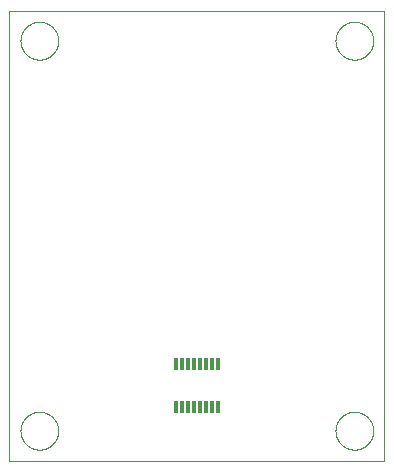
<source format=gbp>
G75*
%MOIN*%
%OFA0B0*%
%FSLAX25Y25*%
%IPPOS*%
%LPD*%
%AMOC8*
5,1,8,0,0,1.08239X$1,22.5*
%
%ADD10C,0.00000*%
%ADD11R,0.01181X0.03937*%
D10*
X0031033Y0023661D02*
X0031033Y0173661D01*
X0156033Y0173661D01*
X0156033Y0023661D01*
X0031033Y0023661D01*
X0034734Y0033661D02*
X0034736Y0033819D01*
X0034742Y0033977D01*
X0034752Y0034135D01*
X0034766Y0034293D01*
X0034784Y0034450D01*
X0034805Y0034607D01*
X0034831Y0034763D01*
X0034861Y0034919D01*
X0034894Y0035074D01*
X0034932Y0035227D01*
X0034973Y0035380D01*
X0035018Y0035532D01*
X0035067Y0035683D01*
X0035120Y0035832D01*
X0035176Y0035980D01*
X0035236Y0036126D01*
X0035300Y0036271D01*
X0035368Y0036414D01*
X0035439Y0036556D01*
X0035513Y0036696D01*
X0035591Y0036833D01*
X0035673Y0036969D01*
X0035757Y0037103D01*
X0035846Y0037234D01*
X0035937Y0037363D01*
X0036032Y0037490D01*
X0036129Y0037615D01*
X0036230Y0037737D01*
X0036334Y0037856D01*
X0036441Y0037973D01*
X0036551Y0038087D01*
X0036664Y0038198D01*
X0036779Y0038307D01*
X0036897Y0038412D01*
X0037018Y0038514D01*
X0037141Y0038614D01*
X0037267Y0038710D01*
X0037395Y0038803D01*
X0037525Y0038893D01*
X0037658Y0038979D01*
X0037793Y0039063D01*
X0037929Y0039142D01*
X0038068Y0039219D01*
X0038209Y0039291D01*
X0038351Y0039361D01*
X0038495Y0039426D01*
X0038641Y0039488D01*
X0038788Y0039546D01*
X0038937Y0039601D01*
X0039087Y0039652D01*
X0039238Y0039699D01*
X0039390Y0039742D01*
X0039543Y0039781D01*
X0039698Y0039817D01*
X0039853Y0039848D01*
X0040009Y0039876D01*
X0040165Y0039900D01*
X0040322Y0039920D01*
X0040480Y0039936D01*
X0040637Y0039948D01*
X0040796Y0039956D01*
X0040954Y0039960D01*
X0041112Y0039960D01*
X0041270Y0039956D01*
X0041429Y0039948D01*
X0041586Y0039936D01*
X0041744Y0039920D01*
X0041901Y0039900D01*
X0042057Y0039876D01*
X0042213Y0039848D01*
X0042368Y0039817D01*
X0042523Y0039781D01*
X0042676Y0039742D01*
X0042828Y0039699D01*
X0042979Y0039652D01*
X0043129Y0039601D01*
X0043278Y0039546D01*
X0043425Y0039488D01*
X0043571Y0039426D01*
X0043715Y0039361D01*
X0043857Y0039291D01*
X0043998Y0039219D01*
X0044137Y0039142D01*
X0044273Y0039063D01*
X0044408Y0038979D01*
X0044541Y0038893D01*
X0044671Y0038803D01*
X0044799Y0038710D01*
X0044925Y0038614D01*
X0045048Y0038514D01*
X0045169Y0038412D01*
X0045287Y0038307D01*
X0045402Y0038198D01*
X0045515Y0038087D01*
X0045625Y0037973D01*
X0045732Y0037856D01*
X0045836Y0037737D01*
X0045937Y0037615D01*
X0046034Y0037490D01*
X0046129Y0037363D01*
X0046220Y0037234D01*
X0046309Y0037103D01*
X0046393Y0036969D01*
X0046475Y0036833D01*
X0046553Y0036696D01*
X0046627Y0036556D01*
X0046698Y0036414D01*
X0046766Y0036271D01*
X0046830Y0036126D01*
X0046890Y0035980D01*
X0046946Y0035832D01*
X0046999Y0035683D01*
X0047048Y0035532D01*
X0047093Y0035380D01*
X0047134Y0035227D01*
X0047172Y0035074D01*
X0047205Y0034919D01*
X0047235Y0034763D01*
X0047261Y0034607D01*
X0047282Y0034450D01*
X0047300Y0034293D01*
X0047314Y0034135D01*
X0047324Y0033977D01*
X0047330Y0033819D01*
X0047332Y0033661D01*
X0047330Y0033503D01*
X0047324Y0033345D01*
X0047314Y0033187D01*
X0047300Y0033029D01*
X0047282Y0032872D01*
X0047261Y0032715D01*
X0047235Y0032559D01*
X0047205Y0032403D01*
X0047172Y0032248D01*
X0047134Y0032095D01*
X0047093Y0031942D01*
X0047048Y0031790D01*
X0046999Y0031639D01*
X0046946Y0031490D01*
X0046890Y0031342D01*
X0046830Y0031196D01*
X0046766Y0031051D01*
X0046698Y0030908D01*
X0046627Y0030766D01*
X0046553Y0030626D01*
X0046475Y0030489D01*
X0046393Y0030353D01*
X0046309Y0030219D01*
X0046220Y0030088D01*
X0046129Y0029959D01*
X0046034Y0029832D01*
X0045937Y0029707D01*
X0045836Y0029585D01*
X0045732Y0029466D01*
X0045625Y0029349D01*
X0045515Y0029235D01*
X0045402Y0029124D01*
X0045287Y0029015D01*
X0045169Y0028910D01*
X0045048Y0028808D01*
X0044925Y0028708D01*
X0044799Y0028612D01*
X0044671Y0028519D01*
X0044541Y0028429D01*
X0044408Y0028343D01*
X0044273Y0028259D01*
X0044137Y0028180D01*
X0043998Y0028103D01*
X0043857Y0028031D01*
X0043715Y0027961D01*
X0043571Y0027896D01*
X0043425Y0027834D01*
X0043278Y0027776D01*
X0043129Y0027721D01*
X0042979Y0027670D01*
X0042828Y0027623D01*
X0042676Y0027580D01*
X0042523Y0027541D01*
X0042368Y0027505D01*
X0042213Y0027474D01*
X0042057Y0027446D01*
X0041901Y0027422D01*
X0041744Y0027402D01*
X0041586Y0027386D01*
X0041429Y0027374D01*
X0041270Y0027366D01*
X0041112Y0027362D01*
X0040954Y0027362D01*
X0040796Y0027366D01*
X0040637Y0027374D01*
X0040480Y0027386D01*
X0040322Y0027402D01*
X0040165Y0027422D01*
X0040009Y0027446D01*
X0039853Y0027474D01*
X0039698Y0027505D01*
X0039543Y0027541D01*
X0039390Y0027580D01*
X0039238Y0027623D01*
X0039087Y0027670D01*
X0038937Y0027721D01*
X0038788Y0027776D01*
X0038641Y0027834D01*
X0038495Y0027896D01*
X0038351Y0027961D01*
X0038209Y0028031D01*
X0038068Y0028103D01*
X0037929Y0028180D01*
X0037793Y0028259D01*
X0037658Y0028343D01*
X0037525Y0028429D01*
X0037395Y0028519D01*
X0037267Y0028612D01*
X0037141Y0028708D01*
X0037018Y0028808D01*
X0036897Y0028910D01*
X0036779Y0029015D01*
X0036664Y0029124D01*
X0036551Y0029235D01*
X0036441Y0029349D01*
X0036334Y0029466D01*
X0036230Y0029585D01*
X0036129Y0029707D01*
X0036032Y0029832D01*
X0035937Y0029959D01*
X0035846Y0030088D01*
X0035757Y0030219D01*
X0035673Y0030353D01*
X0035591Y0030489D01*
X0035513Y0030626D01*
X0035439Y0030766D01*
X0035368Y0030908D01*
X0035300Y0031051D01*
X0035236Y0031196D01*
X0035176Y0031342D01*
X0035120Y0031490D01*
X0035067Y0031639D01*
X0035018Y0031790D01*
X0034973Y0031942D01*
X0034932Y0032095D01*
X0034894Y0032248D01*
X0034861Y0032403D01*
X0034831Y0032559D01*
X0034805Y0032715D01*
X0034784Y0032872D01*
X0034766Y0033029D01*
X0034752Y0033187D01*
X0034742Y0033345D01*
X0034736Y0033503D01*
X0034734Y0033661D01*
X0139734Y0033661D02*
X0139736Y0033819D01*
X0139742Y0033977D01*
X0139752Y0034135D01*
X0139766Y0034293D01*
X0139784Y0034450D01*
X0139805Y0034607D01*
X0139831Y0034763D01*
X0139861Y0034919D01*
X0139894Y0035074D01*
X0139932Y0035227D01*
X0139973Y0035380D01*
X0140018Y0035532D01*
X0140067Y0035683D01*
X0140120Y0035832D01*
X0140176Y0035980D01*
X0140236Y0036126D01*
X0140300Y0036271D01*
X0140368Y0036414D01*
X0140439Y0036556D01*
X0140513Y0036696D01*
X0140591Y0036833D01*
X0140673Y0036969D01*
X0140757Y0037103D01*
X0140846Y0037234D01*
X0140937Y0037363D01*
X0141032Y0037490D01*
X0141129Y0037615D01*
X0141230Y0037737D01*
X0141334Y0037856D01*
X0141441Y0037973D01*
X0141551Y0038087D01*
X0141664Y0038198D01*
X0141779Y0038307D01*
X0141897Y0038412D01*
X0142018Y0038514D01*
X0142141Y0038614D01*
X0142267Y0038710D01*
X0142395Y0038803D01*
X0142525Y0038893D01*
X0142658Y0038979D01*
X0142793Y0039063D01*
X0142929Y0039142D01*
X0143068Y0039219D01*
X0143209Y0039291D01*
X0143351Y0039361D01*
X0143495Y0039426D01*
X0143641Y0039488D01*
X0143788Y0039546D01*
X0143937Y0039601D01*
X0144087Y0039652D01*
X0144238Y0039699D01*
X0144390Y0039742D01*
X0144543Y0039781D01*
X0144698Y0039817D01*
X0144853Y0039848D01*
X0145009Y0039876D01*
X0145165Y0039900D01*
X0145322Y0039920D01*
X0145480Y0039936D01*
X0145637Y0039948D01*
X0145796Y0039956D01*
X0145954Y0039960D01*
X0146112Y0039960D01*
X0146270Y0039956D01*
X0146429Y0039948D01*
X0146586Y0039936D01*
X0146744Y0039920D01*
X0146901Y0039900D01*
X0147057Y0039876D01*
X0147213Y0039848D01*
X0147368Y0039817D01*
X0147523Y0039781D01*
X0147676Y0039742D01*
X0147828Y0039699D01*
X0147979Y0039652D01*
X0148129Y0039601D01*
X0148278Y0039546D01*
X0148425Y0039488D01*
X0148571Y0039426D01*
X0148715Y0039361D01*
X0148857Y0039291D01*
X0148998Y0039219D01*
X0149137Y0039142D01*
X0149273Y0039063D01*
X0149408Y0038979D01*
X0149541Y0038893D01*
X0149671Y0038803D01*
X0149799Y0038710D01*
X0149925Y0038614D01*
X0150048Y0038514D01*
X0150169Y0038412D01*
X0150287Y0038307D01*
X0150402Y0038198D01*
X0150515Y0038087D01*
X0150625Y0037973D01*
X0150732Y0037856D01*
X0150836Y0037737D01*
X0150937Y0037615D01*
X0151034Y0037490D01*
X0151129Y0037363D01*
X0151220Y0037234D01*
X0151309Y0037103D01*
X0151393Y0036969D01*
X0151475Y0036833D01*
X0151553Y0036696D01*
X0151627Y0036556D01*
X0151698Y0036414D01*
X0151766Y0036271D01*
X0151830Y0036126D01*
X0151890Y0035980D01*
X0151946Y0035832D01*
X0151999Y0035683D01*
X0152048Y0035532D01*
X0152093Y0035380D01*
X0152134Y0035227D01*
X0152172Y0035074D01*
X0152205Y0034919D01*
X0152235Y0034763D01*
X0152261Y0034607D01*
X0152282Y0034450D01*
X0152300Y0034293D01*
X0152314Y0034135D01*
X0152324Y0033977D01*
X0152330Y0033819D01*
X0152332Y0033661D01*
X0152330Y0033503D01*
X0152324Y0033345D01*
X0152314Y0033187D01*
X0152300Y0033029D01*
X0152282Y0032872D01*
X0152261Y0032715D01*
X0152235Y0032559D01*
X0152205Y0032403D01*
X0152172Y0032248D01*
X0152134Y0032095D01*
X0152093Y0031942D01*
X0152048Y0031790D01*
X0151999Y0031639D01*
X0151946Y0031490D01*
X0151890Y0031342D01*
X0151830Y0031196D01*
X0151766Y0031051D01*
X0151698Y0030908D01*
X0151627Y0030766D01*
X0151553Y0030626D01*
X0151475Y0030489D01*
X0151393Y0030353D01*
X0151309Y0030219D01*
X0151220Y0030088D01*
X0151129Y0029959D01*
X0151034Y0029832D01*
X0150937Y0029707D01*
X0150836Y0029585D01*
X0150732Y0029466D01*
X0150625Y0029349D01*
X0150515Y0029235D01*
X0150402Y0029124D01*
X0150287Y0029015D01*
X0150169Y0028910D01*
X0150048Y0028808D01*
X0149925Y0028708D01*
X0149799Y0028612D01*
X0149671Y0028519D01*
X0149541Y0028429D01*
X0149408Y0028343D01*
X0149273Y0028259D01*
X0149137Y0028180D01*
X0148998Y0028103D01*
X0148857Y0028031D01*
X0148715Y0027961D01*
X0148571Y0027896D01*
X0148425Y0027834D01*
X0148278Y0027776D01*
X0148129Y0027721D01*
X0147979Y0027670D01*
X0147828Y0027623D01*
X0147676Y0027580D01*
X0147523Y0027541D01*
X0147368Y0027505D01*
X0147213Y0027474D01*
X0147057Y0027446D01*
X0146901Y0027422D01*
X0146744Y0027402D01*
X0146586Y0027386D01*
X0146429Y0027374D01*
X0146270Y0027366D01*
X0146112Y0027362D01*
X0145954Y0027362D01*
X0145796Y0027366D01*
X0145637Y0027374D01*
X0145480Y0027386D01*
X0145322Y0027402D01*
X0145165Y0027422D01*
X0145009Y0027446D01*
X0144853Y0027474D01*
X0144698Y0027505D01*
X0144543Y0027541D01*
X0144390Y0027580D01*
X0144238Y0027623D01*
X0144087Y0027670D01*
X0143937Y0027721D01*
X0143788Y0027776D01*
X0143641Y0027834D01*
X0143495Y0027896D01*
X0143351Y0027961D01*
X0143209Y0028031D01*
X0143068Y0028103D01*
X0142929Y0028180D01*
X0142793Y0028259D01*
X0142658Y0028343D01*
X0142525Y0028429D01*
X0142395Y0028519D01*
X0142267Y0028612D01*
X0142141Y0028708D01*
X0142018Y0028808D01*
X0141897Y0028910D01*
X0141779Y0029015D01*
X0141664Y0029124D01*
X0141551Y0029235D01*
X0141441Y0029349D01*
X0141334Y0029466D01*
X0141230Y0029585D01*
X0141129Y0029707D01*
X0141032Y0029832D01*
X0140937Y0029959D01*
X0140846Y0030088D01*
X0140757Y0030219D01*
X0140673Y0030353D01*
X0140591Y0030489D01*
X0140513Y0030626D01*
X0140439Y0030766D01*
X0140368Y0030908D01*
X0140300Y0031051D01*
X0140236Y0031196D01*
X0140176Y0031342D01*
X0140120Y0031490D01*
X0140067Y0031639D01*
X0140018Y0031790D01*
X0139973Y0031942D01*
X0139932Y0032095D01*
X0139894Y0032248D01*
X0139861Y0032403D01*
X0139831Y0032559D01*
X0139805Y0032715D01*
X0139784Y0032872D01*
X0139766Y0033029D01*
X0139752Y0033187D01*
X0139742Y0033345D01*
X0139736Y0033503D01*
X0139734Y0033661D01*
X0139734Y0163661D02*
X0139736Y0163819D01*
X0139742Y0163977D01*
X0139752Y0164135D01*
X0139766Y0164293D01*
X0139784Y0164450D01*
X0139805Y0164607D01*
X0139831Y0164763D01*
X0139861Y0164919D01*
X0139894Y0165074D01*
X0139932Y0165227D01*
X0139973Y0165380D01*
X0140018Y0165532D01*
X0140067Y0165683D01*
X0140120Y0165832D01*
X0140176Y0165980D01*
X0140236Y0166126D01*
X0140300Y0166271D01*
X0140368Y0166414D01*
X0140439Y0166556D01*
X0140513Y0166696D01*
X0140591Y0166833D01*
X0140673Y0166969D01*
X0140757Y0167103D01*
X0140846Y0167234D01*
X0140937Y0167363D01*
X0141032Y0167490D01*
X0141129Y0167615D01*
X0141230Y0167737D01*
X0141334Y0167856D01*
X0141441Y0167973D01*
X0141551Y0168087D01*
X0141664Y0168198D01*
X0141779Y0168307D01*
X0141897Y0168412D01*
X0142018Y0168514D01*
X0142141Y0168614D01*
X0142267Y0168710D01*
X0142395Y0168803D01*
X0142525Y0168893D01*
X0142658Y0168979D01*
X0142793Y0169063D01*
X0142929Y0169142D01*
X0143068Y0169219D01*
X0143209Y0169291D01*
X0143351Y0169361D01*
X0143495Y0169426D01*
X0143641Y0169488D01*
X0143788Y0169546D01*
X0143937Y0169601D01*
X0144087Y0169652D01*
X0144238Y0169699D01*
X0144390Y0169742D01*
X0144543Y0169781D01*
X0144698Y0169817D01*
X0144853Y0169848D01*
X0145009Y0169876D01*
X0145165Y0169900D01*
X0145322Y0169920D01*
X0145480Y0169936D01*
X0145637Y0169948D01*
X0145796Y0169956D01*
X0145954Y0169960D01*
X0146112Y0169960D01*
X0146270Y0169956D01*
X0146429Y0169948D01*
X0146586Y0169936D01*
X0146744Y0169920D01*
X0146901Y0169900D01*
X0147057Y0169876D01*
X0147213Y0169848D01*
X0147368Y0169817D01*
X0147523Y0169781D01*
X0147676Y0169742D01*
X0147828Y0169699D01*
X0147979Y0169652D01*
X0148129Y0169601D01*
X0148278Y0169546D01*
X0148425Y0169488D01*
X0148571Y0169426D01*
X0148715Y0169361D01*
X0148857Y0169291D01*
X0148998Y0169219D01*
X0149137Y0169142D01*
X0149273Y0169063D01*
X0149408Y0168979D01*
X0149541Y0168893D01*
X0149671Y0168803D01*
X0149799Y0168710D01*
X0149925Y0168614D01*
X0150048Y0168514D01*
X0150169Y0168412D01*
X0150287Y0168307D01*
X0150402Y0168198D01*
X0150515Y0168087D01*
X0150625Y0167973D01*
X0150732Y0167856D01*
X0150836Y0167737D01*
X0150937Y0167615D01*
X0151034Y0167490D01*
X0151129Y0167363D01*
X0151220Y0167234D01*
X0151309Y0167103D01*
X0151393Y0166969D01*
X0151475Y0166833D01*
X0151553Y0166696D01*
X0151627Y0166556D01*
X0151698Y0166414D01*
X0151766Y0166271D01*
X0151830Y0166126D01*
X0151890Y0165980D01*
X0151946Y0165832D01*
X0151999Y0165683D01*
X0152048Y0165532D01*
X0152093Y0165380D01*
X0152134Y0165227D01*
X0152172Y0165074D01*
X0152205Y0164919D01*
X0152235Y0164763D01*
X0152261Y0164607D01*
X0152282Y0164450D01*
X0152300Y0164293D01*
X0152314Y0164135D01*
X0152324Y0163977D01*
X0152330Y0163819D01*
X0152332Y0163661D01*
X0152330Y0163503D01*
X0152324Y0163345D01*
X0152314Y0163187D01*
X0152300Y0163029D01*
X0152282Y0162872D01*
X0152261Y0162715D01*
X0152235Y0162559D01*
X0152205Y0162403D01*
X0152172Y0162248D01*
X0152134Y0162095D01*
X0152093Y0161942D01*
X0152048Y0161790D01*
X0151999Y0161639D01*
X0151946Y0161490D01*
X0151890Y0161342D01*
X0151830Y0161196D01*
X0151766Y0161051D01*
X0151698Y0160908D01*
X0151627Y0160766D01*
X0151553Y0160626D01*
X0151475Y0160489D01*
X0151393Y0160353D01*
X0151309Y0160219D01*
X0151220Y0160088D01*
X0151129Y0159959D01*
X0151034Y0159832D01*
X0150937Y0159707D01*
X0150836Y0159585D01*
X0150732Y0159466D01*
X0150625Y0159349D01*
X0150515Y0159235D01*
X0150402Y0159124D01*
X0150287Y0159015D01*
X0150169Y0158910D01*
X0150048Y0158808D01*
X0149925Y0158708D01*
X0149799Y0158612D01*
X0149671Y0158519D01*
X0149541Y0158429D01*
X0149408Y0158343D01*
X0149273Y0158259D01*
X0149137Y0158180D01*
X0148998Y0158103D01*
X0148857Y0158031D01*
X0148715Y0157961D01*
X0148571Y0157896D01*
X0148425Y0157834D01*
X0148278Y0157776D01*
X0148129Y0157721D01*
X0147979Y0157670D01*
X0147828Y0157623D01*
X0147676Y0157580D01*
X0147523Y0157541D01*
X0147368Y0157505D01*
X0147213Y0157474D01*
X0147057Y0157446D01*
X0146901Y0157422D01*
X0146744Y0157402D01*
X0146586Y0157386D01*
X0146429Y0157374D01*
X0146270Y0157366D01*
X0146112Y0157362D01*
X0145954Y0157362D01*
X0145796Y0157366D01*
X0145637Y0157374D01*
X0145480Y0157386D01*
X0145322Y0157402D01*
X0145165Y0157422D01*
X0145009Y0157446D01*
X0144853Y0157474D01*
X0144698Y0157505D01*
X0144543Y0157541D01*
X0144390Y0157580D01*
X0144238Y0157623D01*
X0144087Y0157670D01*
X0143937Y0157721D01*
X0143788Y0157776D01*
X0143641Y0157834D01*
X0143495Y0157896D01*
X0143351Y0157961D01*
X0143209Y0158031D01*
X0143068Y0158103D01*
X0142929Y0158180D01*
X0142793Y0158259D01*
X0142658Y0158343D01*
X0142525Y0158429D01*
X0142395Y0158519D01*
X0142267Y0158612D01*
X0142141Y0158708D01*
X0142018Y0158808D01*
X0141897Y0158910D01*
X0141779Y0159015D01*
X0141664Y0159124D01*
X0141551Y0159235D01*
X0141441Y0159349D01*
X0141334Y0159466D01*
X0141230Y0159585D01*
X0141129Y0159707D01*
X0141032Y0159832D01*
X0140937Y0159959D01*
X0140846Y0160088D01*
X0140757Y0160219D01*
X0140673Y0160353D01*
X0140591Y0160489D01*
X0140513Y0160626D01*
X0140439Y0160766D01*
X0140368Y0160908D01*
X0140300Y0161051D01*
X0140236Y0161196D01*
X0140176Y0161342D01*
X0140120Y0161490D01*
X0140067Y0161639D01*
X0140018Y0161790D01*
X0139973Y0161942D01*
X0139932Y0162095D01*
X0139894Y0162248D01*
X0139861Y0162403D01*
X0139831Y0162559D01*
X0139805Y0162715D01*
X0139784Y0162872D01*
X0139766Y0163029D01*
X0139752Y0163187D01*
X0139742Y0163345D01*
X0139736Y0163503D01*
X0139734Y0163661D01*
X0034734Y0163661D02*
X0034736Y0163819D01*
X0034742Y0163977D01*
X0034752Y0164135D01*
X0034766Y0164293D01*
X0034784Y0164450D01*
X0034805Y0164607D01*
X0034831Y0164763D01*
X0034861Y0164919D01*
X0034894Y0165074D01*
X0034932Y0165227D01*
X0034973Y0165380D01*
X0035018Y0165532D01*
X0035067Y0165683D01*
X0035120Y0165832D01*
X0035176Y0165980D01*
X0035236Y0166126D01*
X0035300Y0166271D01*
X0035368Y0166414D01*
X0035439Y0166556D01*
X0035513Y0166696D01*
X0035591Y0166833D01*
X0035673Y0166969D01*
X0035757Y0167103D01*
X0035846Y0167234D01*
X0035937Y0167363D01*
X0036032Y0167490D01*
X0036129Y0167615D01*
X0036230Y0167737D01*
X0036334Y0167856D01*
X0036441Y0167973D01*
X0036551Y0168087D01*
X0036664Y0168198D01*
X0036779Y0168307D01*
X0036897Y0168412D01*
X0037018Y0168514D01*
X0037141Y0168614D01*
X0037267Y0168710D01*
X0037395Y0168803D01*
X0037525Y0168893D01*
X0037658Y0168979D01*
X0037793Y0169063D01*
X0037929Y0169142D01*
X0038068Y0169219D01*
X0038209Y0169291D01*
X0038351Y0169361D01*
X0038495Y0169426D01*
X0038641Y0169488D01*
X0038788Y0169546D01*
X0038937Y0169601D01*
X0039087Y0169652D01*
X0039238Y0169699D01*
X0039390Y0169742D01*
X0039543Y0169781D01*
X0039698Y0169817D01*
X0039853Y0169848D01*
X0040009Y0169876D01*
X0040165Y0169900D01*
X0040322Y0169920D01*
X0040480Y0169936D01*
X0040637Y0169948D01*
X0040796Y0169956D01*
X0040954Y0169960D01*
X0041112Y0169960D01*
X0041270Y0169956D01*
X0041429Y0169948D01*
X0041586Y0169936D01*
X0041744Y0169920D01*
X0041901Y0169900D01*
X0042057Y0169876D01*
X0042213Y0169848D01*
X0042368Y0169817D01*
X0042523Y0169781D01*
X0042676Y0169742D01*
X0042828Y0169699D01*
X0042979Y0169652D01*
X0043129Y0169601D01*
X0043278Y0169546D01*
X0043425Y0169488D01*
X0043571Y0169426D01*
X0043715Y0169361D01*
X0043857Y0169291D01*
X0043998Y0169219D01*
X0044137Y0169142D01*
X0044273Y0169063D01*
X0044408Y0168979D01*
X0044541Y0168893D01*
X0044671Y0168803D01*
X0044799Y0168710D01*
X0044925Y0168614D01*
X0045048Y0168514D01*
X0045169Y0168412D01*
X0045287Y0168307D01*
X0045402Y0168198D01*
X0045515Y0168087D01*
X0045625Y0167973D01*
X0045732Y0167856D01*
X0045836Y0167737D01*
X0045937Y0167615D01*
X0046034Y0167490D01*
X0046129Y0167363D01*
X0046220Y0167234D01*
X0046309Y0167103D01*
X0046393Y0166969D01*
X0046475Y0166833D01*
X0046553Y0166696D01*
X0046627Y0166556D01*
X0046698Y0166414D01*
X0046766Y0166271D01*
X0046830Y0166126D01*
X0046890Y0165980D01*
X0046946Y0165832D01*
X0046999Y0165683D01*
X0047048Y0165532D01*
X0047093Y0165380D01*
X0047134Y0165227D01*
X0047172Y0165074D01*
X0047205Y0164919D01*
X0047235Y0164763D01*
X0047261Y0164607D01*
X0047282Y0164450D01*
X0047300Y0164293D01*
X0047314Y0164135D01*
X0047324Y0163977D01*
X0047330Y0163819D01*
X0047332Y0163661D01*
X0047330Y0163503D01*
X0047324Y0163345D01*
X0047314Y0163187D01*
X0047300Y0163029D01*
X0047282Y0162872D01*
X0047261Y0162715D01*
X0047235Y0162559D01*
X0047205Y0162403D01*
X0047172Y0162248D01*
X0047134Y0162095D01*
X0047093Y0161942D01*
X0047048Y0161790D01*
X0046999Y0161639D01*
X0046946Y0161490D01*
X0046890Y0161342D01*
X0046830Y0161196D01*
X0046766Y0161051D01*
X0046698Y0160908D01*
X0046627Y0160766D01*
X0046553Y0160626D01*
X0046475Y0160489D01*
X0046393Y0160353D01*
X0046309Y0160219D01*
X0046220Y0160088D01*
X0046129Y0159959D01*
X0046034Y0159832D01*
X0045937Y0159707D01*
X0045836Y0159585D01*
X0045732Y0159466D01*
X0045625Y0159349D01*
X0045515Y0159235D01*
X0045402Y0159124D01*
X0045287Y0159015D01*
X0045169Y0158910D01*
X0045048Y0158808D01*
X0044925Y0158708D01*
X0044799Y0158612D01*
X0044671Y0158519D01*
X0044541Y0158429D01*
X0044408Y0158343D01*
X0044273Y0158259D01*
X0044137Y0158180D01*
X0043998Y0158103D01*
X0043857Y0158031D01*
X0043715Y0157961D01*
X0043571Y0157896D01*
X0043425Y0157834D01*
X0043278Y0157776D01*
X0043129Y0157721D01*
X0042979Y0157670D01*
X0042828Y0157623D01*
X0042676Y0157580D01*
X0042523Y0157541D01*
X0042368Y0157505D01*
X0042213Y0157474D01*
X0042057Y0157446D01*
X0041901Y0157422D01*
X0041744Y0157402D01*
X0041586Y0157386D01*
X0041429Y0157374D01*
X0041270Y0157366D01*
X0041112Y0157362D01*
X0040954Y0157362D01*
X0040796Y0157366D01*
X0040637Y0157374D01*
X0040480Y0157386D01*
X0040322Y0157402D01*
X0040165Y0157422D01*
X0040009Y0157446D01*
X0039853Y0157474D01*
X0039698Y0157505D01*
X0039543Y0157541D01*
X0039390Y0157580D01*
X0039238Y0157623D01*
X0039087Y0157670D01*
X0038937Y0157721D01*
X0038788Y0157776D01*
X0038641Y0157834D01*
X0038495Y0157896D01*
X0038351Y0157961D01*
X0038209Y0158031D01*
X0038068Y0158103D01*
X0037929Y0158180D01*
X0037793Y0158259D01*
X0037658Y0158343D01*
X0037525Y0158429D01*
X0037395Y0158519D01*
X0037267Y0158612D01*
X0037141Y0158708D01*
X0037018Y0158808D01*
X0036897Y0158910D01*
X0036779Y0159015D01*
X0036664Y0159124D01*
X0036551Y0159235D01*
X0036441Y0159349D01*
X0036334Y0159466D01*
X0036230Y0159585D01*
X0036129Y0159707D01*
X0036032Y0159832D01*
X0035937Y0159959D01*
X0035846Y0160088D01*
X0035757Y0160219D01*
X0035673Y0160353D01*
X0035591Y0160489D01*
X0035513Y0160626D01*
X0035439Y0160766D01*
X0035368Y0160908D01*
X0035300Y0161051D01*
X0035236Y0161196D01*
X0035176Y0161342D01*
X0035120Y0161490D01*
X0035067Y0161639D01*
X0035018Y0161790D01*
X0034973Y0161942D01*
X0034932Y0162095D01*
X0034894Y0162248D01*
X0034861Y0162403D01*
X0034831Y0162559D01*
X0034805Y0162715D01*
X0034784Y0162872D01*
X0034766Y0163029D01*
X0034752Y0163187D01*
X0034742Y0163345D01*
X0034736Y0163503D01*
X0034734Y0163661D01*
D11*
X0086643Y0055748D03*
X0088612Y0055748D03*
X0090580Y0055748D03*
X0092549Y0055748D03*
X0094517Y0055748D03*
X0096486Y0055748D03*
X0098454Y0055748D03*
X0100423Y0055748D03*
X0100423Y0041574D03*
X0098454Y0041574D03*
X0096486Y0041574D03*
X0094517Y0041574D03*
X0092549Y0041574D03*
X0090580Y0041574D03*
X0088612Y0041574D03*
X0086643Y0041574D03*
M02*

</source>
